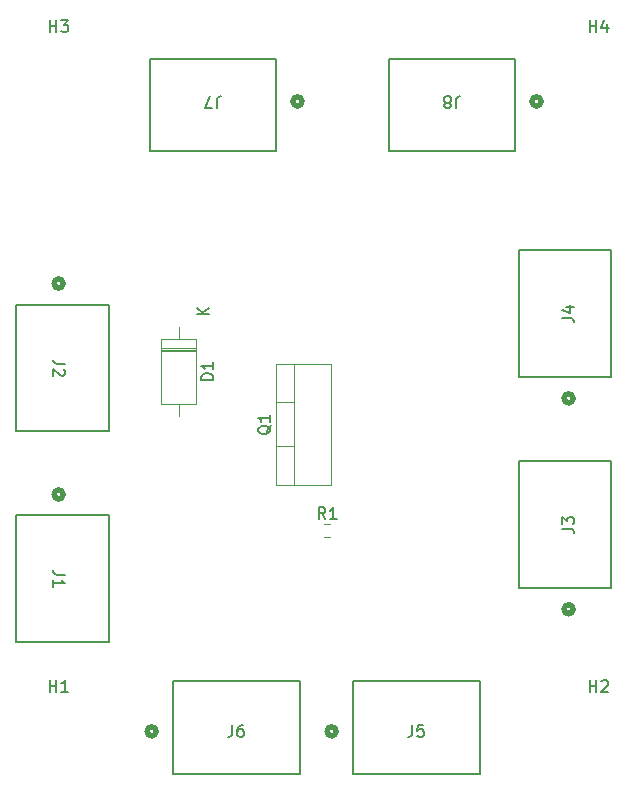
<source format=gbr>
%TF.GenerationSoftware,KiCad,Pcbnew,7.0.9*%
%TF.CreationDate,2024-06-07T12:35:00-04:00*%
%TF.ProjectId,PCBAdas,50434241-6461-4732-9e6b-696361645f70,rev?*%
%TF.SameCoordinates,Original*%
%TF.FileFunction,Legend,Top*%
%TF.FilePolarity,Positive*%
%FSLAX46Y46*%
G04 Gerber Fmt 4.6, Leading zero omitted, Abs format (unit mm)*
G04 Created by KiCad (PCBNEW 7.0.9) date 2024-06-07 12:35:00*
%MOMM*%
%LPD*%
G01*
G04 APERTURE LIST*
%ADD10C,0.150000*%
%ADD11C,0.152400*%
%ADD12C,0.508000*%
%ADD13C,0.120000*%
G04 APERTURE END LIST*
D10*
X155643333Y-74205180D02*
X155643333Y-73490895D01*
X155643333Y-73490895D02*
X155690952Y-73348038D01*
X155690952Y-73348038D02*
X155786190Y-73252800D01*
X155786190Y-73252800D02*
X155929047Y-73205180D01*
X155929047Y-73205180D02*
X156024285Y-73205180D01*
X155262380Y-74205180D02*
X154595714Y-74205180D01*
X154595714Y-74205180D02*
X155024285Y-73205180D01*
X141478095Y-67774819D02*
X141478095Y-66774819D01*
X141478095Y-67251009D02*
X142049523Y-67251009D01*
X142049523Y-67774819D02*
X142049523Y-66774819D01*
X142430476Y-66774819D02*
X143049523Y-66774819D01*
X143049523Y-66774819D02*
X142716190Y-67155771D01*
X142716190Y-67155771D02*
X142859047Y-67155771D01*
X142859047Y-67155771D02*
X142954285Y-67203390D01*
X142954285Y-67203390D02*
X143001904Y-67251009D01*
X143001904Y-67251009D02*
X143049523Y-67346247D01*
X143049523Y-67346247D02*
X143049523Y-67584342D01*
X143049523Y-67584342D02*
X143001904Y-67679580D01*
X143001904Y-67679580D02*
X142954285Y-67727200D01*
X142954285Y-67727200D02*
X142859047Y-67774819D01*
X142859047Y-67774819D02*
X142573333Y-67774819D01*
X142573333Y-67774819D02*
X142478095Y-67727200D01*
X142478095Y-67727200D02*
X142430476Y-67679580D01*
X141478095Y-123654819D02*
X141478095Y-122654819D01*
X141478095Y-123131009D02*
X142049523Y-123131009D01*
X142049523Y-123654819D02*
X142049523Y-122654819D01*
X143049523Y-123654819D02*
X142478095Y-123654819D01*
X142763809Y-123654819D02*
X142763809Y-122654819D01*
X142763809Y-122654819D02*
X142668571Y-122797676D01*
X142668571Y-122797676D02*
X142573333Y-122892914D01*
X142573333Y-122892914D02*
X142478095Y-122940533D01*
X160225057Y-101095238D02*
X160177438Y-101190476D01*
X160177438Y-101190476D02*
X160082200Y-101285714D01*
X160082200Y-101285714D02*
X159939342Y-101428571D01*
X159939342Y-101428571D02*
X159891723Y-101523809D01*
X159891723Y-101523809D02*
X159891723Y-101619047D01*
X160129819Y-101571428D02*
X160082200Y-101666666D01*
X160082200Y-101666666D02*
X159986961Y-101761904D01*
X159986961Y-101761904D02*
X159796485Y-101809523D01*
X159796485Y-101809523D02*
X159463152Y-101809523D01*
X159463152Y-101809523D02*
X159272676Y-101761904D01*
X159272676Y-101761904D02*
X159177438Y-101666666D01*
X159177438Y-101666666D02*
X159129819Y-101571428D01*
X159129819Y-101571428D02*
X159129819Y-101380952D01*
X159129819Y-101380952D02*
X159177438Y-101285714D01*
X159177438Y-101285714D02*
X159272676Y-101190476D01*
X159272676Y-101190476D02*
X159463152Y-101142857D01*
X159463152Y-101142857D02*
X159796485Y-101142857D01*
X159796485Y-101142857D02*
X159986961Y-101190476D01*
X159986961Y-101190476D02*
X160082200Y-101285714D01*
X160082200Y-101285714D02*
X160129819Y-101380952D01*
X160129819Y-101380952D02*
X160129819Y-101571428D01*
X160129819Y-100190476D02*
X160129819Y-100761904D01*
X160129819Y-100476190D02*
X159129819Y-100476190D01*
X159129819Y-100476190D02*
X159272676Y-100571428D01*
X159272676Y-100571428D02*
X159367914Y-100666666D01*
X159367914Y-100666666D02*
X159415533Y-100761904D01*
X184874819Y-91983333D02*
X185589104Y-91983333D01*
X185589104Y-91983333D02*
X185731961Y-92030952D01*
X185731961Y-92030952D02*
X185827200Y-92126190D01*
X185827200Y-92126190D02*
X185874819Y-92269047D01*
X185874819Y-92269047D02*
X185874819Y-92364285D01*
X185208152Y-91078571D02*
X185874819Y-91078571D01*
X184827200Y-91316666D02*
X185541485Y-91554761D01*
X185541485Y-91554761D02*
X185541485Y-90935714D01*
X164833333Y-109024819D02*
X164500000Y-108548628D01*
X164261905Y-109024819D02*
X164261905Y-108024819D01*
X164261905Y-108024819D02*
X164642857Y-108024819D01*
X164642857Y-108024819D02*
X164738095Y-108072438D01*
X164738095Y-108072438D02*
X164785714Y-108120057D01*
X164785714Y-108120057D02*
X164833333Y-108215295D01*
X164833333Y-108215295D02*
X164833333Y-108358152D01*
X164833333Y-108358152D02*
X164785714Y-108453390D01*
X164785714Y-108453390D02*
X164738095Y-108501009D01*
X164738095Y-108501009D02*
X164642857Y-108548628D01*
X164642857Y-108548628D02*
X164261905Y-108548628D01*
X165785714Y-109024819D02*
X165214286Y-109024819D01*
X165500000Y-109024819D02*
X165500000Y-108024819D01*
X165500000Y-108024819D02*
X165404762Y-108167676D01*
X165404762Y-108167676D02*
X165309524Y-108262914D01*
X165309524Y-108262914D02*
X165214286Y-108310533D01*
X142785180Y-95896666D02*
X142070895Y-95896666D01*
X142070895Y-95896666D02*
X141928038Y-95849047D01*
X141928038Y-95849047D02*
X141832800Y-95753809D01*
X141832800Y-95753809D02*
X141785180Y-95610952D01*
X141785180Y-95610952D02*
X141785180Y-95515714D01*
X142689942Y-96325238D02*
X142737561Y-96372857D01*
X142737561Y-96372857D02*
X142785180Y-96468095D01*
X142785180Y-96468095D02*
X142785180Y-96706190D01*
X142785180Y-96706190D02*
X142737561Y-96801428D01*
X142737561Y-96801428D02*
X142689942Y-96849047D01*
X142689942Y-96849047D02*
X142594704Y-96896666D01*
X142594704Y-96896666D02*
X142499466Y-96896666D01*
X142499466Y-96896666D02*
X142356609Y-96849047D01*
X142356609Y-96849047D02*
X141785180Y-96277619D01*
X141785180Y-96277619D02*
X141785180Y-96896666D01*
X142785180Y-113756666D02*
X142070895Y-113756666D01*
X142070895Y-113756666D02*
X141928038Y-113709047D01*
X141928038Y-113709047D02*
X141832800Y-113613809D01*
X141832800Y-113613809D02*
X141785180Y-113470952D01*
X141785180Y-113470952D02*
X141785180Y-113375714D01*
X141785180Y-114756666D02*
X141785180Y-114185238D01*
X141785180Y-114470952D02*
X142785180Y-114470952D01*
X142785180Y-114470952D02*
X142642323Y-114375714D01*
X142642323Y-114375714D02*
X142547085Y-114280476D01*
X142547085Y-114280476D02*
X142499466Y-114185238D01*
X187198095Y-67774819D02*
X187198095Y-66774819D01*
X187198095Y-67251009D02*
X187769523Y-67251009D01*
X187769523Y-67774819D02*
X187769523Y-66774819D01*
X188674285Y-67108152D02*
X188674285Y-67774819D01*
X188436190Y-66727200D02*
X188198095Y-67441485D01*
X188198095Y-67441485D02*
X188817142Y-67441485D01*
X187198095Y-123654819D02*
X187198095Y-122654819D01*
X187198095Y-123131009D02*
X187769523Y-123131009D01*
X187769523Y-123654819D02*
X187769523Y-122654819D01*
X188198095Y-122750057D02*
X188245714Y-122702438D01*
X188245714Y-122702438D02*
X188340952Y-122654819D01*
X188340952Y-122654819D02*
X188579047Y-122654819D01*
X188579047Y-122654819D02*
X188674285Y-122702438D01*
X188674285Y-122702438D02*
X188721904Y-122750057D01*
X188721904Y-122750057D02*
X188769523Y-122845295D01*
X188769523Y-122845295D02*
X188769523Y-122940533D01*
X188769523Y-122940533D02*
X188721904Y-123083390D01*
X188721904Y-123083390D02*
X188150476Y-123654819D01*
X188150476Y-123654819D02*
X188769523Y-123654819D01*
X172176666Y-126454819D02*
X172176666Y-127169104D01*
X172176666Y-127169104D02*
X172129047Y-127311961D01*
X172129047Y-127311961D02*
X172033809Y-127407200D01*
X172033809Y-127407200D02*
X171890952Y-127454819D01*
X171890952Y-127454819D02*
X171795714Y-127454819D01*
X173129047Y-126454819D02*
X172652857Y-126454819D01*
X172652857Y-126454819D02*
X172605238Y-126931009D01*
X172605238Y-126931009D02*
X172652857Y-126883390D01*
X172652857Y-126883390D02*
X172748095Y-126835771D01*
X172748095Y-126835771D02*
X172986190Y-126835771D01*
X172986190Y-126835771D02*
X173081428Y-126883390D01*
X173081428Y-126883390D02*
X173129047Y-126931009D01*
X173129047Y-126931009D02*
X173176666Y-127026247D01*
X173176666Y-127026247D02*
X173176666Y-127264342D01*
X173176666Y-127264342D02*
X173129047Y-127359580D01*
X173129047Y-127359580D02*
X173081428Y-127407200D01*
X173081428Y-127407200D02*
X172986190Y-127454819D01*
X172986190Y-127454819D02*
X172748095Y-127454819D01*
X172748095Y-127454819D02*
X172652857Y-127407200D01*
X172652857Y-127407200D02*
X172605238Y-127359580D01*
X156936666Y-126454819D02*
X156936666Y-127169104D01*
X156936666Y-127169104D02*
X156889047Y-127311961D01*
X156889047Y-127311961D02*
X156793809Y-127407200D01*
X156793809Y-127407200D02*
X156650952Y-127454819D01*
X156650952Y-127454819D02*
X156555714Y-127454819D01*
X157841428Y-126454819D02*
X157650952Y-126454819D01*
X157650952Y-126454819D02*
X157555714Y-126502438D01*
X157555714Y-126502438D02*
X157508095Y-126550057D01*
X157508095Y-126550057D02*
X157412857Y-126692914D01*
X157412857Y-126692914D02*
X157365238Y-126883390D01*
X157365238Y-126883390D02*
X157365238Y-127264342D01*
X157365238Y-127264342D02*
X157412857Y-127359580D01*
X157412857Y-127359580D02*
X157460476Y-127407200D01*
X157460476Y-127407200D02*
X157555714Y-127454819D01*
X157555714Y-127454819D02*
X157746190Y-127454819D01*
X157746190Y-127454819D02*
X157841428Y-127407200D01*
X157841428Y-127407200D02*
X157889047Y-127359580D01*
X157889047Y-127359580D02*
X157936666Y-127264342D01*
X157936666Y-127264342D02*
X157936666Y-127026247D01*
X157936666Y-127026247D02*
X157889047Y-126931009D01*
X157889047Y-126931009D02*
X157841428Y-126883390D01*
X157841428Y-126883390D02*
X157746190Y-126835771D01*
X157746190Y-126835771D02*
X157555714Y-126835771D01*
X157555714Y-126835771D02*
X157460476Y-126883390D01*
X157460476Y-126883390D02*
X157412857Y-126931009D01*
X157412857Y-126931009D02*
X157365238Y-127026247D01*
X184874819Y-109843333D02*
X185589104Y-109843333D01*
X185589104Y-109843333D02*
X185731961Y-109890952D01*
X185731961Y-109890952D02*
X185827200Y-109986190D01*
X185827200Y-109986190D02*
X185874819Y-110129047D01*
X185874819Y-110129047D02*
X185874819Y-110224285D01*
X184874819Y-109462380D02*
X184874819Y-108843333D01*
X184874819Y-108843333D02*
X185255771Y-109176666D01*
X185255771Y-109176666D02*
X185255771Y-109033809D01*
X185255771Y-109033809D02*
X185303390Y-108938571D01*
X185303390Y-108938571D02*
X185351009Y-108890952D01*
X185351009Y-108890952D02*
X185446247Y-108843333D01*
X185446247Y-108843333D02*
X185684342Y-108843333D01*
X185684342Y-108843333D02*
X185779580Y-108890952D01*
X185779580Y-108890952D02*
X185827200Y-108938571D01*
X185827200Y-108938571D02*
X185874819Y-109033809D01*
X185874819Y-109033809D02*
X185874819Y-109319523D01*
X185874819Y-109319523D02*
X185827200Y-109414761D01*
X185827200Y-109414761D02*
X185779580Y-109462380D01*
X175883333Y-74205180D02*
X175883333Y-73490895D01*
X175883333Y-73490895D02*
X175930952Y-73348038D01*
X175930952Y-73348038D02*
X176026190Y-73252800D01*
X176026190Y-73252800D02*
X176169047Y-73205180D01*
X176169047Y-73205180D02*
X176264285Y-73205180D01*
X175264285Y-73776609D02*
X175359523Y-73824228D01*
X175359523Y-73824228D02*
X175407142Y-73871847D01*
X175407142Y-73871847D02*
X175454761Y-73967085D01*
X175454761Y-73967085D02*
X175454761Y-74014704D01*
X175454761Y-74014704D02*
X175407142Y-74109942D01*
X175407142Y-74109942D02*
X175359523Y-74157561D01*
X175359523Y-74157561D02*
X175264285Y-74205180D01*
X175264285Y-74205180D02*
X175073809Y-74205180D01*
X175073809Y-74205180D02*
X174978571Y-74157561D01*
X174978571Y-74157561D02*
X174930952Y-74109942D01*
X174930952Y-74109942D02*
X174883333Y-74014704D01*
X174883333Y-74014704D02*
X174883333Y-73967085D01*
X174883333Y-73967085D02*
X174930952Y-73871847D01*
X174930952Y-73871847D02*
X174978571Y-73824228D01*
X174978571Y-73824228D02*
X175073809Y-73776609D01*
X175073809Y-73776609D02*
X175264285Y-73776609D01*
X175264285Y-73776609D02*
X175359523Y-73728990D01*
X175359523Y-73728990D02*
X175407142Y-73681371D01*
X175407142Y-73681371D02*
X175454761Y-73586133D01*
X175454761Y-73586133D02*
X175454761Y-73395657D01*
X175454761Y-73395657D02*
X175407142Y-73300419D01*
X175407142Y-73300419D02*
X175359523Y-73252800D01*
X175359523Y-73252800D02*
X175264285Y-73205180D01*
X175264285Y-73205180D02*
X175073809Y-73205180D01*
X175073809Y-73205180D02*
X174978571Y-73252800D01*
X174978571Y-73252800D02*
X174930952Y-73300419D01*
X174930952Y-73300419D02*
X174883333Y-73395657D01*
X174883333Y-73395657D02*
X174883333Y-73586133D01*
X174883333Y-73586133D02*
X174930952Y-73681371D01*
X174930952Y-73681371D02*
X174978571Y-73728990D01*
X174978571Y-73728990D02*
X175073809Y-73776609D01*
X155324819Y-97258094D02*
X154324819Y-97258094D01*
X154324819Y-97258094D02*
X154324819Y-97019999D01*
X154324819Y-97019999D02*
X154372438Y-96877142D01*
X154372438Y-96877142D02*
X154467676Y-96781904D01*
X154467676Y-96781904D02*
X154562914Y-96734285D01*
X154562914Y-96734285D02*
X154753390Y-96686666D01*
X154753390Y-96686666D02*
X154896247Y-96686666D01*
X154896247Y-96686666D02*
X155086723Y-96734285D01*
X155086723Y-96734285D02*
X155181961Y-96781904D01*
X155181961Y-96781904D02*
X155277200Y-96877142D01*
X155277200Y-96877142D02*
X155324819Y-97019999D01*
X155324819Y-97019999D02*
X155324819Y-97258094D01*
X155324819Y-95734285D02*
X155324819Y-96305713D01*
X155324819Y-96019999D02*
X154324819Y-96019999D01*
X154324819Y-96019999D02*
X154467676Y-96115237D01*
X154467676Y-96115237D02*
X154562914Y-96210475D01*
X154562914Y-96210475D02*
X154610533Y-96305713D01*
X154954819Y-91701904D02*
X153954819Y-91701904D01*
X154954819Y-91130476D02*
X154383390Y-91559047D01*
X153954819Y-91130476D02*
X154526247Y-91701904D01*
D11*
%TO.C,J7*%
X160682100Y-77886999D02*
X160682100Y-70038399D01*
X160682100Y-70038399D02*
X149937900Y-70038399D01*
X149937900Y-77886999D02*
X160682100Y-77886999D01*
X149937900Y-70038399D02*
X149937900Y-77886999D01*
D12*
X162841100Y-73660000D02*
G75*
G03*
X162841100Y-73660000I-381000J0D01*
G01*
D13*
%TO.C,Q1*%
X160675000Y-106120000D02*
X165316000Y-106120000D01*
X160675000Y-106120000D02*
X160675000Y-95880000D01*
X162185000Y-106120000D02*
X162185000Y-95880000D01*
X165316000Y-106120000D02*
X165316000Y-95880000D01*
X160675000Y-102850000D02*
X162185000Y-102850000D01*
X160675000Y-99149000D02*
X162185000Y-99149000D01*
X160675000Y-95880000D02*
X165316000Y-95880000D01*
D11*
%TO.C,J4*%
X181193001Y-97022100D02*
X189041601Y-97022100D01*
X189041601Y-97022100D02*
X189041601Y-86277900D01*
X181193001Y-86277900D02*
X181193001Y-97022100D01*
X189041601Y-86277900D02*
X181193001Y-86277900D01*
D12*
X185801000Y-98800100D02*
G75*
G03*
X185801000Y-98800100I-381000J0D01*
G01*
D13*
%TO.C,R1*%
X164745276Y-109477500D02*
X165254724Y-109477500D01*
X164745276Y-110522500D02*
X165254724Y-110522500D01*
D11*
%TO.C,J2*%
X146466999Y-90857900D02*
X138618399Y-90857900D01*
X138618399Y-90857900D02*
X138618399Y-101602100D01*
X146466999Y-101602100D02*
X146466999Y-90857900D01*
X138618399Y-101602100D02*
X146466999Y-101602100D01*
D12*
X142621000Y-89079900D02*
G75*
G03*
X142621000Y-89079900I-381000J0D01*
G01*
D11*
%TO.C,J1*%
X146466999Y-108717900D02*
X138618399Y-108717900D01*
X138618399Y-108717900D02*
X138618399Y-119462100D01*
X146466999Y-119462100D02*
X146466999Y-108717900D01*
X138618399Y-119462100D02*
X146466999Y-119462100D01*
D12*
X142621000Y-106939900D02*
G75*
G03*
X142621000Y-106939900I-381000J0D01*
G01*
D11*
%TO.C,J5*%
X167137900Y-122773001D02*
X167137900Y-130621601D01*
X167137900Y-130621601D02*
X177882100Y-130621601D01*
X177882100Y-122773001D02*
X167137900Y-122773001D01*
X177882100Y-130621601D02*
X177882100Y-122773001D01*
D12*
X165740900Y-127000000D02*
G75*
G03*
X165740900Y-127000000I-381000J0D01*
G01*
D11*
%TO.C,J6*%
X151897900Y-122773001D02*
X151897900Y-130621601D01*
X151897900Y-130621601D02*
X162642100Y-130621601D01*
X162642100Y-122773001D02*
X151897900Y-122773001D01*
X162642100Y-130621601D02*
X162642100Y-122773001D01*
D12*
X150500900Y-127000000D02*
G75*
G03*
X150500900Y-127000000I-381000J0D01*
G01*
D11*
%TO.C,J3*%
X181193001Y-114882100D02*
X189041601Y-114882100D01*
X189041601Y-114882100D02*
X189041601Y-104137900D01*
X181193001Y-104137900D02*
X181193001Y-114882100D01*
X189041601Y-104137900D02*
X181193001Y-104137900D01*
D12*
X185801000Y-116660100D02*
G75*
G03*
X185801000Y-116660100I-381000J0D01*
G01*
D11*
%TO.C,J8*%
X180922100Y-77886999D02*
X180922100Y-70038399D01*
X180922100Y-70038399D02*
X170177900Y-70038399D01*
X170177900Y-77886999D02*
X180922100Y-77886999D01*
X170177900Y-70038399D02*
X170177900Y-77886999D01*
D12*
X183081100Y-73660000D02*
G75*
G03*
X183081100Y-73660000I-381000J0D01*
G01*
D13*
%TO.C,D1*%
X152400000Y-92780000D02*
X152400000Y-93800000D01*
X153870000Y-93800000D02*
X150930000Y-93800000D01*
X150930000Y-93800000D02*
X150930000Y-99240000D01*
X153870000Y-94580000D02*
X150930000Y-94580000D01*
X153870000Y-94700000D02*
X150930000Y-94700000D01*
X153870000Y-94820000D02*
X150930000Y-94820000D01*
X153870000Y-99240000D02*
X153870000Y-93800000D01*
X150930000Y-99240000D02*
X153870000Y-99240000D01*
X152400000Y-100260000D02*
X152400000Y-99240000D01*
%TD*%
M02*

</source>
